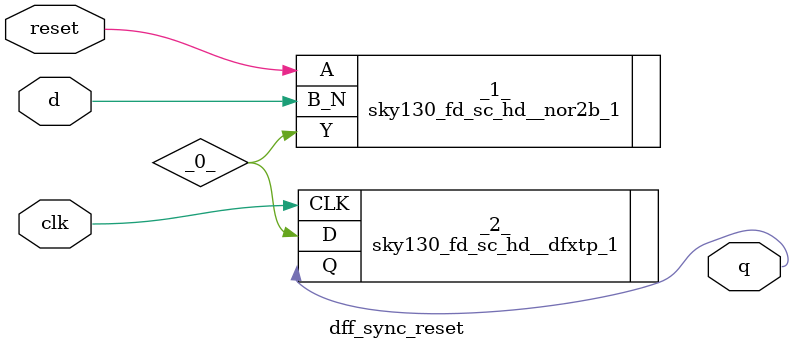
<source format=v>
/* Generated by Yosys 0.33 (git sha1 2584903a060) */

(* top =  1  *)
(* src = "dff_pos_edge.v:1.1-10.10" *)
module dff_sync_reset(d, clk, reset, q);
  wire _0_;
  (* src = "dff_pos_edge.v:1.33-1.36" *)
  input clk;
  wire clk;
  (* src = "dff_pos_edge.v:1.29-1.30" *)
  input d;
  wire d;
  (* src = "dff_pos_edge.v:1.56-1.57" *)
  output q;
  wire q;
  (* src = "dff_pos_edge.v:1.38-1.43" *)
  input reset;
  wire reset;
  sky130_fd_sc_hd__nor2b_1 _1_ (
    .A(reset),
    .B_N(d),
    .Y(_0_)
  );
  (* src = "dff_pos_edge.v:3.1-9.5" *)
  sky130_fd_sc_hd__dfxtp_1 _2_ (
    .CLK(clk),
    .D(_0_),
    .Q(q)
  );
endmodule

</source>
